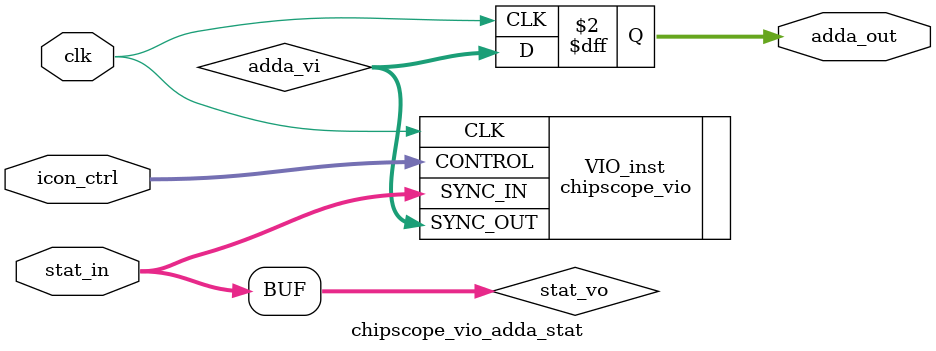
<source format=v>

`timescale 1ns/1ns

module chipscope_vio_adda_stat(adda_out, stat_in, clk, icon_ctrl);

parameter adda_width  = 4+32+32;
parameter stat_width  = 4+32+32;

output [adda_width-1:0] adda_out;
input  [stat_width-1:0] stat_in;

input clk;
inout [35:0] icon_ctrl;

wire [adda_width-1:0] adda_vi;
wire [stat_width-1:0] stat_vo;

reg  [adda_width-1:0] adda_out;
always @(posedge clk) begin
  adda_out <= adda_vi;
end
assign stat_vo = stat_in;

chipscope_vio VIO_inst (
  .CONTROL(icon_ctrl), // INOUT BUS [35:0]
  .CLK(clk), // IN
  .SYNC_OUT(adda_vi), // OUT BUS [1:0]
  .SYNC_IN(stat_vo) // IN BUS [107:0]
);

endmodule

</source>
